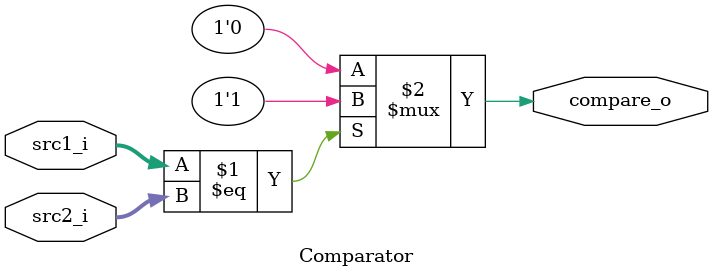
<source format=v>

module Comparator(
    src1_i,
	src2_i,
	compare_o
	);
     
//I/O ports
input  [32-1:0]   src1_i;
input  [32-1:0]	 src2_i;
output          	 compare_o;

//Internal Signals
wire    	 compare_o;

//Parameter
    
//Main function
 assign compare_o = (src1_i == src2_i) ? 1'b1 : 1'b0;

endmodule





                    
                    
</source>
